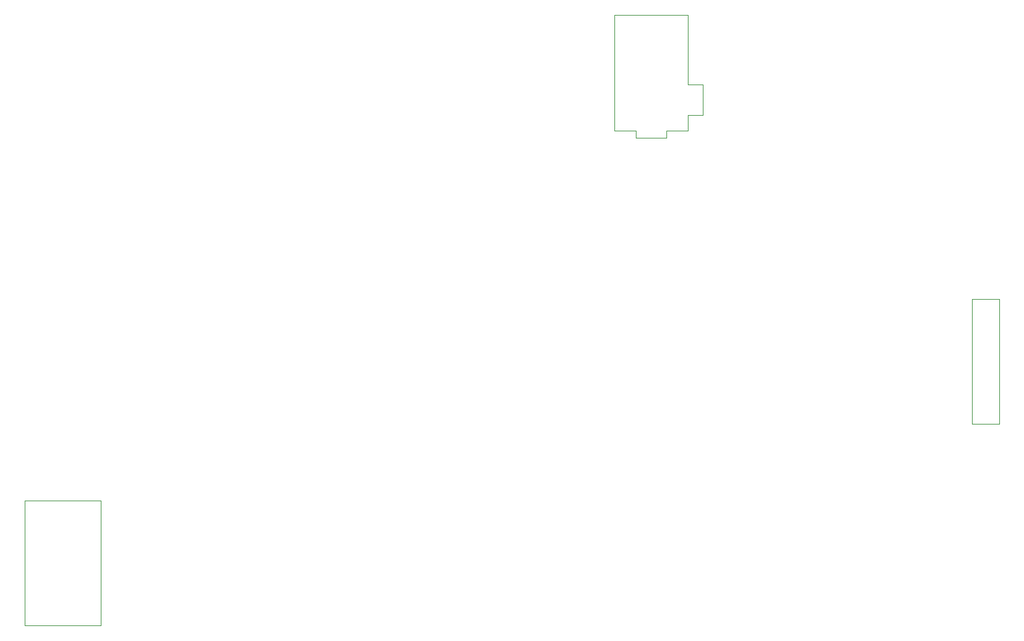
<source format=gbr>
%TF.GenerationSoftware,KiCad,Pcbnew,(6.0.9-0)*%
%TF.CreationDate,2023-10-23T19:11:04-03:00*%
%TF.ProjectId,Faduino-1,46616475-696e-46f2-9d31-2e6b69636164,3*%
%TF.SameCoordinates,Original*%
%TF.FileFunction,Other,User*%
%FSLAX46Y46*%
G04 Gerber Fmt 4.6, Leading zero omitted, Abs format (unit mm)*
G04 Created by KiCad (PCBNEW (6.0.9-0)) date 2023-10-23 19:11:04*
%MOMM*%
%LPD*%
G01*
G04 APERTURE LIST*
%ADD10C,0.050000*%
G04 APERTURE END LIST*
D10*
%TO.C,Extra_pins1*%
X178790000Y-65960000D02*
X178790000Y-82210000D01*
X178790000Y-82210000D02*
X182340000Y-82210000D01*
X182340000Y-82210000D02*
X182340000Y-65960000D01*
X182340000Y-65960000D02*
X178790000Y-65960000D01*
%TO.C,Power_jack1*%
X132500000Y-44000000D02*
X132250000Y-44000000D01*
X139000000Y-44000000D02*
X141750000Y-44000000D01*
X135000000Y-45000000D02*
X139000000Y-45000000D01*
X141750000Y-38000000D02*
X141750000Y-29000000D01*
X141750000Y-29000000D02*
X132250000Y-29000000D01*
X132250000Y-44000000D02*
X132250000Y-29000000D01*
X132500000Y-44000000D02*
X135000000Y-44000000D01*
X143750000Y-42000000D02*
X143750000Y-38000000D01*
X141750000Y-42000000D02*
X143750000Y-42000000D01*
X139000000Y-45000000D02*
X139000000Y-44000000D01*
X135000000Y-44000000D02*
X135000000Y-45000000D01*
X143750000Y-38000000D02*
X141750000Y-38000000D01*
X141750000Y-44000000D02*
X141750000Y-42000000D01*
%TO.C,IDC_Conn*%
X65300000Y-92200000D02*
X65300000Y-108490000D01*
X65300000Y-108490000D02*
X55400000Y-108490000D01*
X55400000Y-92200000D02*
X65300000Y-92200000D01*
X55400000Y-108490000D02*
X55400000Y-92200000D01*
%TD*%
M02*

</source>
